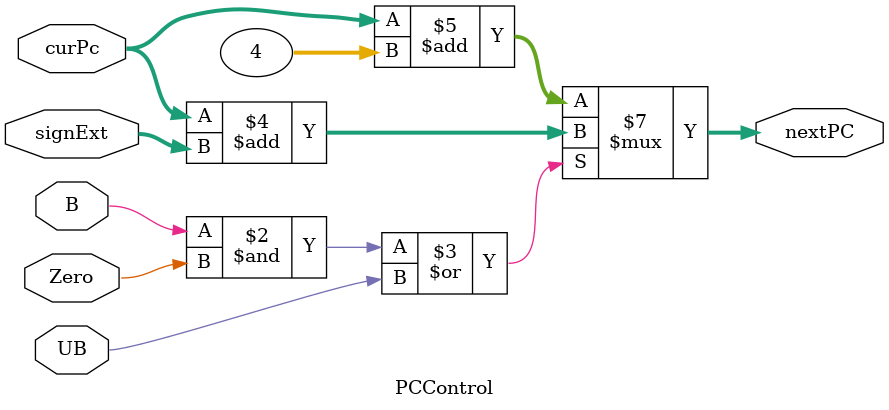
<source format=v>
`timescale 1ns / 1ps

module PCControl(
output reg [63:0] nextPC, 
input [63:0] curPc, signExt, 
input B, UB, Zero);
always @(*) begin
	if((B&Zero)|UB) 
		nextPC = curPc + signExt;
	else
		nextPC = curPc + 4;
end
endmodule
</source>
